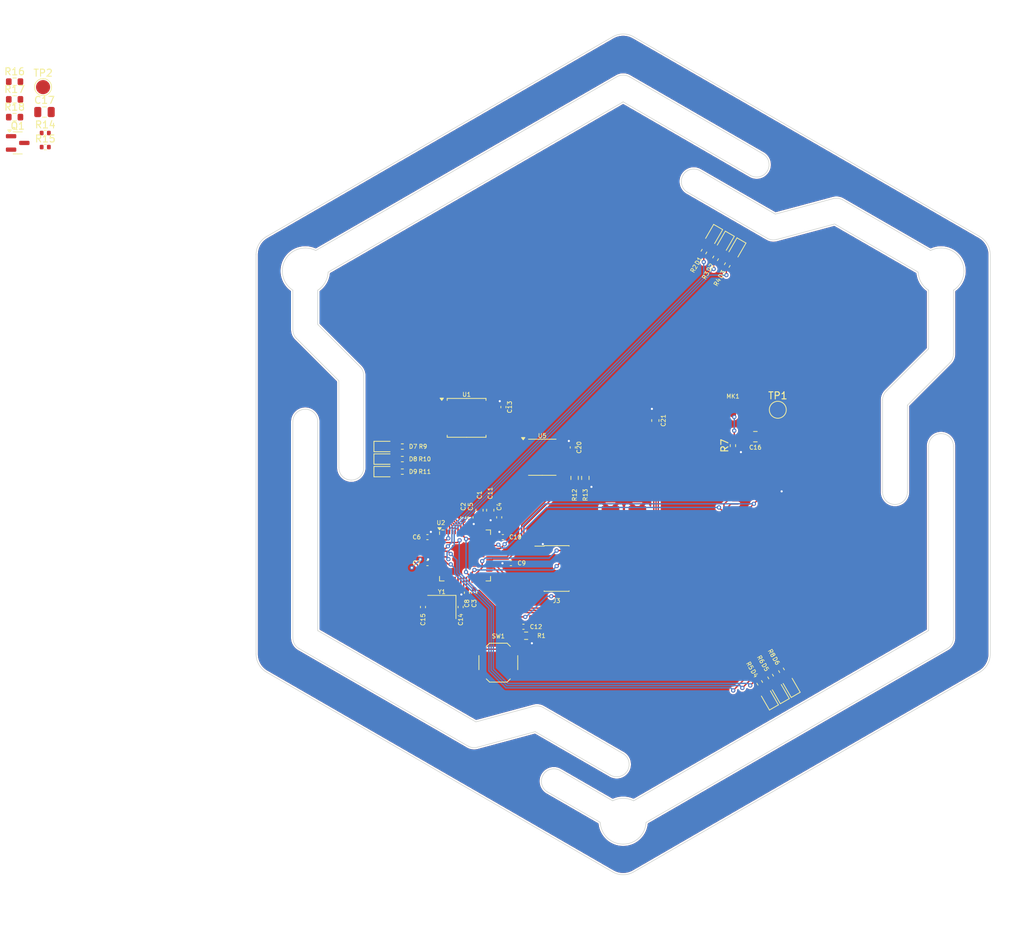
<source format=kicad_pcb>
(kicad_pcb (version 20240108) (generator "pcbnew") (generator_version "8.0")
  (title_block (title "Piezo Based Nerf Target Tile") (date "2024-04-06") (rev "1.0") (comment 8 "Piezo Based Nerf Target Tile") (comment 9 "Tim Goll"))
  (layers (0 "F.Cu" signal) (31 "B.Cu" signal) (34 "B.Paste" user) (35 "F.Paste" user) (36 "B.SilkS" user "B.Silkscreen") (37 "F.SilkS" user "F.Silkscreen") (38 "B.Mask" user) (39 "F.Mask" user) (44 "Edge.Cuts" user))
  (net 0 "")
  (net 1 "GND")
  (net 2 "+1V1")
  (net 3 "+3V3")
  (net 4 "/MCU/RUN")
  (net 5 "/MCU/XOUT")
  (net 6 "/MCU/XIN")
  (net 7 "/mic_out")
  (net 8 "Net-(MK1-+)")
  (net 9 "Net-(D2-A)")
  (net 10 "Net-(D3-A)")
  (net 11 "/MCU/GPIO_14")
  (net 12 "/MCU/GPIO_09")
  (net 13 "/MCU/GPIO_10")
  (net 14 "/MCU/GPIO_15")
  (net 15 "/MCU/GPIO_13")
  (net 16 "/MCU/GPIO_11")
  (net 17 "/MCU/GPIO_12")
  (net 18 "/MCU/GPIO_21")
  (net 19 "/MCU/GPIO_28")
  (net 20 "/MCU/GPIO_24")
  (net 21 "Net-(Q1-B)")
  (net 22 "/MCU/SWCLK")
  (net 23 "/MCU/SWDIO")
  (net 24 "/MCU/GPIO_20")
  (net 25 "/MCU/GPIO_19")
  (net 26 "/MCU/GPIO_29")
  (net 27 "/MCU/QSPI_SS")
  (net 28 "Net-(D4-A)")
  (net 29 "Net-(D5-A)")
  (net 30 "Net-(D6-A)")
  (net 31 "/MCU/GPIO_27")
  (net 32 "/mic_out_amp")
  (net 33 "/MCU/QSPI_SCLK")
  (net 34 "/MCU/QSPI_SD3")
  (net 35 "/MCU/QSPI_SD1")
  (net 36 "/MCU/QSPI_SD2")
  (net 37 "/MCU/QSPI_SD0")
  (net 38 "Net-(D1-A)")
  (net 39 "Net-(D7-A)")
  (net 40 "Net-(D8-A)")
  (net 41 "Net-(D9-A)")
  (net 42 "/RPI_RX")
  (net 43 "/RPI_TX")
  (net 45 "/RPI_TX_busy")
  (net 46 "/LED_{red,1}")
  (net 47 "/LED_{green,1}")
  (net 48 "/LED_{blue,1}")
  (net 49 "/LED_{red,2}")
  (net 50 "/LED_{green,2}")
  (net 51 "/LED_{blue,2}")
  (net 52 "/LED_{red,3}")
  (net 53 "/LED_{green,3}")
  (net 54 "/LED_{blue,3}")
  (net 55 "/SDA")
  (net 56 "/SCL")
  (footprint "Capacitor_SMD:C_0402_1005Metric" (layer "F.Cu") (at 111.208 83.82 -90)
    (property "Reference" "C13")
    (property "Value" "100n")
  )
  (footprint "Package_DFN_QFN:QFN-56-1EP_7x7mm_P0.4mm_EP3.2x3.2mm" (layer "F.Cu") (at 105.7825 104.835)
    (property "Reference" "U2")
    (property "Value" "RP2040")
  )
  (footprint "Resistor_SMD:R_0603_1608Metric" (layer "F.Cu") (at 42.013 42.75)
    (property "Reference" "R18")
    (property "Value" "20k")
  )
  (footprint "Resistor_SMD:R_0603_1608Metric" (layer "F.Cu") (at 121.285 93.853 90)
    (property "Reference" "R12")
    (property "Value" "4k7")
  )
  (footprint "Resistor_SMD:R_0402_1005Metric" (layer "F.Cu") (at 150.574977 121.095578 -60)
    (property "Reference" "R8")
    (property "Value" "120")
  )
  (footprint "Capacitor_SMD:C_0402_1005Metric" (layer "F.Cu") (at 111.125 102.235)
    (property "Reference" "C10")
    (property "Value" "100n")
  )
  (footprint "Resistor_SMD:R_0402_1005Metric" (layer "F.Cu") (at 141.24854 62.751038 60)
    (property "Reference" "R3")
    (property "Value" "220")
  )
  (footprint "Resistor_SMD:R_0402_1005Metric" (layer "F.Cu") (at 46.353 45)
    (property "Reference" "R14")
    (property "Value" "470")
  )
  (footprint "Capacitor_SMD:C_0805_2012Metric" (layer "F.Cu") (at 146.877 88.011)
    (property "Reference" "C16")
    (property "Value" "10u")
  )
  (footprint "Resistor_SMD:R_0402_1005Metric" (layer "F.Cu") (at 142.898319 63.703537 60)
    (property "Reference" "R4")
    (property "Value" "120")
  )
  (footprint "Capacitor_SMD:C_0402_1005Metric" (layer "F.Cu") (at 112.268 105.918)
    (property "Reference" "C9")
    (property "Value" "100n")
  )
  (footprint "Resistor_SMD:R_0402_1005Metric" (layer "F.Cu") (at 149.035183 121.984578 -60)
    (property "Reference" "R6")
    (property "Value" "220")
  )
  (footprint "LED_SMD:LED_0603_1608Metric" (layer "F.Cu") (at 144.168319 61.503832 -120)
    (property "Reference" "D3")
    (property "Value" "blue")
  )
  (footprint "Capacitor_SMD:C_0402_1005Metric" (layer "F.Cu") (at 107.061 110.109 -90)
    (property "Reference" "C3")
    (property "Value" "100n")
  )
  (footprint "Capacitor_SMD:C_0603_1608Metric" (layer "F.Cu") (at 132.715 85.725 -90)
    (property "Reference" "C21")
    (property "Value" "2u2")
  )
  (footprint "Resistor_SMD:R_0402_1005Metric" (layer "F.Cu") (at 139.598763 61.798537 60)
    (property "Reference" "R2")
    (property "Value" "220")
  )
  (footprint "Capacitor_SMD:C_0603_1608Metric" (layer "F.Cu") (at 109.347 98.425 90)
    (property "Reference" "C11")
    (property "Value" "2u2")
  )
  (footprint "Resistor_SMD:R_0603_1608Metric" (layer "F.Cu") (at 114.427 116.205 180)
    (property "Reference" "R1")
    (property "Value" "10k")
  )
  (footprint "Capacitor_SMD:C_0402_1005Metric" (layer "F.Cu") (at 121.031 89.535 -90)
    (property "Reference" "C20")
    (property "Value" "100n")
  )
  (footprint "Capacitor_SMD:C_0402_1005Metric" (layer "F.Cu") (at 105.537 99.441 90)
    (property "Reference" "C2")
    (property "Value" "100n")
  )
  (footprint "Resistor_SMD:R_0402_1005Metric" (layer "F.Cu") (at 96.901 91.186 180)
    (property "Reference" "R10")
    (property "Value" "220")
  )
  (footprint "TestPoint:TestPoint_Pad_D2.0mm" (layer "F.Cu") (at 150.052 84.201)
    (property "Reference" "TP1")
    (property "Value" "testpoint")
  )
  (footprint "Resistor_SMD:R_0402_1005Metric" (layer "F.Cu") (at 96.901 89.408 180)
    (property "Reference" "R9")
    (property "Value" "220")
  )
  (footprint "Capacitor_SMD:C_0805_2012Metric" (layer "F.Cu") (at 46.243 42.03)
    (property "Reference" "C17")
    (property "Value" "1n")
  )
  (footprint "Crystal:Crystal_SMD_3225-4Pin_3.2x2.5mm" (layer "F.Cu") (at 102.489 112.141 180)
    (property "Reference" "Y1")
    (property "Value" "X322512MSB4SI")
  )
  (footprint "Package_SO:SOIC-8_3.9x4.9mm_P1.27mm" (layer "F.Cu") (at 116.711 90.927)
    (property "Reference" "U5")
    (property "Value" "M24C02-WMN")
  )
  (footprint "#TimGollLib:solder_pad_1.2x2.5mm" (layer "F.Cu") (at 130.175 86.995)
    (property "Reference" "J11" (hide yes))
    (property "Value" "SolderPad")
  )
  (footprint "Capacitor_SMD:C_0603_1608Metric" (layer "F.Cu") (at 107.823 98.425 90)
    (property "Reference" "C1")
    (property "Value" "2u2")
  )
  (footprint "Resistor_SMD:R_0603_1608Metric" (layer "F.Cu") (at 42.013 37.73)
    (property "Reference" "R16")
    (property "Value" "100k")
  )
  (footprint "Resistor_SMD:R_0603_1608Metric" (layer "F.Cu") (at 42.013 40.24)
    (property "Reference" "R17")
    (property "Value" "82k")
  )
  (footprint "LED_SMD:LED_0603_1608Metric" (layer "F.Cu") (at 94.361 91.186)
    (property "Reference" "D8")
    (property "Value" "green")
  )
  (footprint "LED_SMD:LED_0603_1608Metric" (layer "F.Cu") (at 140.868763 59.598832 -120)
    (property "Reference" "D1")
    (property "Value" "red")
  )
  (footprint "Capacitor_SMD:C_0402_1005Metric" (layer "F.Cu") (at 106.553 99.441 90)
    (property "Reference" "C5")
    (property "Value" "100n")
  )
  (footprint "Package_SO:SOIC-8_5.275x5.275mm_P1.27mm" (layer "F.Cu") (at 106.001 85.344)
    (property "Reference" "U1")
    (property "Value" "W25Q128JVS")
  )
  (footprint "#TimGollLib:solder_pad_1.2x2.5mm" (layer "F.Cu") (at 126.365 98.425)
    (property "Reference" "J5" (hide yes))
    (property "Value" "SolderPad")
  )
  (footprint "#TimGollLib:solder_pad_1.2x2.5mm" (layer "F.Cu") (at 126.365 93.345)
    (property "Reference" "J1" (hide yes))
    (property "Value" "SolderPad")
  )
  (footprint "#TimGollLib:solder_pad_1.2x2.5mm" (layer "F.Cu") (at 130.175 95.885)
    (property "Reference" "J8" (hide yes))
    (property "Value" "SolderPad")
  )
  (footprint "Resistor_SMD:R_0402_1005Metric" (layer "F.Cu") (at 147.495389 122.873579 -60)
    (property "Reference" "R5")
    (property "Value" "220")
  )
  (footprint "Package_TO_SOT_SMD:SOT-23" (layer "F.Cu") (at 42.453 46.405)
    (property "Reference" "Q1")
    (property "Value" "S8050")
  )
  (footprint "#TimGollLib:solder_pad_1.2x2.5mm" (layer "F.Cu") (at 126.365 86.995)
    (property "Reference" "J13" (hide yes))
    (property "Value" "SolderPad")
  )
  (footprint "#TimGollLib:solder_pad_1.2x2.5mm" (layer "F.Cu") (at 130.175 90.805)
    (property "Reference" "J7" (hide yes))
    (property "Value" "SolderPad")
  )
  (footprint "Capacitor_SMD:C_0402_1005Metric" (layer "F.Cu") (at 99.822 112.141 90)
    (property "Reference" "C15")
    (property "Value" "30p")
  )
  (footprint "#TimGollLib:solder_pad_1.2x2.5mm" (layer "F.Cu") (at 130.175 93.345)
    (property "Reference" "J6" (hide yes))
    (property "Value" "SolderPad")
  )
  (footprint "#TimGollLib:FTSH-105-01-F-DV-K" (layer "F.Cu") (at 118.745 106.68)
    (property "Reference" "J3")
    (property "Value" "CortexDebug10")
  )
  (footprint "#TimGollLib:solder_pad_1.2x2.5mm" (layer "F.Cu") (at 126.365 84.455)
    (property "Reference" "J12" (hide yes))
    (property "Value" "SolderPad")
  )
  (footprint "LED_SMD:LED_0603_1608Metric" (layer "F.Cu") (at 94.361 92.964)
    (property "Reference" "D9")
    (property "Value" "blue")
  )
  (footprint "LED_SMD:LED_0603_1608Metric" (layer "F.Cu") (at 148.765389 125.073283 120)
    (property "Reference" "D4")
    (property "Value" "red")
  )
  (footprint "Capacitor_SMD:C_0402_1005Metric" (layer "F.Cu") (at 100.457 105.918 180)
    (property "Reference" "C7")
    (property "Value" "100n")
  )
  (footprint "Resistor_SMD:R_0402_1005Metric" (layer "F.Cu") (at 143.702 89.281 90)
    (property "Reference" "R7")
    (property "Value" "2k2")
  )
  (footprint "#TimGollLib:solder_pad_1.2x2.5mm" (layer "F.Cu") (at 126.365 95.885)
    (property "Reference" "J4" (hide yes))
    (property "Value" "SolderPad")
  )
  (footprint "Capacitor_SMD:C_0402_1005Metric" (layer "F.Cu") (at 110.617 99.441 90)
    (property "Reference" "C4")
    (property "Value" "100n")
  )
  (footprint "Resistor_SMD:R_0402_1005Metric" (layer "F.Cu") (at 96.901 92.964 180)
    (property "Reference" "R11")
    (property "Value" "120")
  )
  (footprint "#TimGollLib:B4013AM422-42" (layer "F.Cu") (at 143.702 84.836)
    (property "Reference" "MK1")
    (property "Value" "Goertek B4013AM422-42")
  )
  (footprint "LED_SMD:LED_0603_1608Metric" (layer "F.Cu") (at 150.305182 124.184283 120)
    (property "Reference" "D5")
    (property "Value" "green")
  )
  (footprint "LED_SMD:LED_0603_1608Metric" (layer "F.Cu") (at 151.844976 123.295284 120)
    (property "Reference" "D6")
    (property "Value" "blue")
  )
  (footprint "#TimGollLib:solder_pad_1.2x2.5mm" (layer "F.Cu") (at 130.175 98.425)
    (property "Reference" "J9" (hide yes))
    (property "Value" "SolderPad")
  )
  (footprint "Capacitor_SMD:C_0402_1005Metric" (layer "F.Cu") (at 100.457 102.235 180)
    (property "Reference" "C6")
    (property "Value" "100n")
  )
  (footprint "LED_SMD:LED_0603_1608Metric" (layer "F.Cu") (at 142.518541 60.551332 -120)
    (property "Reference" "D2")
    (property "Value" "green")
  )
  (footprint "Capacitor_SMD:C_0402_1005Metric" (layer "F.Cu") (at 106.045 110.109 -90)
    (property "Reference" "C8")
    (property "Value" "100n")
  )
  (footprint "TestPoint:TestPoint_Pad_D2.0mm" (layer "F.Cu") (at 46.043 38.5)
    (property "Reference" "TP2")
    (property "Value" "testpoint")
  )
  (footprint "Resistor_SMD:R_0402_1005Metric" (layer "F.Cu") (at 46.353 46.99)
    (property "Reference" "R15")
    (property "Value" "2k2")
  )
  (footprint "LED_SMD:LED_0603_1608Metric" (layer "F.Cu") (at 94.361 89.408)
    (property "Reference" "D7")
    (property "Value" "red")
  )
  (footprint "Capacitor_SMD:C_0402_1005Metric" (layer "F.Cu") (at 114.046 114.935)
    (property "Reference" "C12")
    (property "Value" "100n")
  )
  (footprint "Capacitor_SMD:C_0402_1005Metric" (layer "F.Cu") (at 105.156 112.141 -90)
    (property "Reference" "C14")
    (property "Value" "30p")
  )
  (footprint "#TimGollLib:solder_pad_1.2x2.5mm" (layer "F.Cu") (at 126.365 90.805)
    (property "Reference" "J2" (hide yes))
    (property "Value" "SolderPad")
  )
  (footprint "#TimGollLib:solder_pad_1.2x2.5mm" (layer "F.Cu") (at 130.175 84.455)
    (property "Reference" "J10" (hide yes))
    (property "Value" "SolderPad")
  )
  (footprint "Resistor_SMD:R_0603_1608Metric" (layer "F.Cu") (at 122.809 93.853 90)
    (property "Reference" "R13")
    (property "Value" "4k7")
  )
  (footprint "Button_Switch_SMD:SW_SPST_TL3342" (layer "F.Cu") (at 110.49 120.015)
    (property "Reference" "SW1")
    (property "Value" "reset")
  )
  (gr_curve (pts (xy 126.661524 31.383692) (xy 127.589727 30.847794) (xy 128.733321 30.847794) (xy 129.661524 31.383692)) (stroke (width 0.09)) (layer "Edge.Cuts"))
  (gr_line (start 171.397635 75.571741) (end 171.397635 67.262654) (stroke (width 0.09)) (layer "Edge.Cuts"))
  (gr_line (start 84.925413 67.262654) (end 84.925412 72.116966) (stroke (width 0.09)) (layer "Edge.Cuts"))
  (gr_curve (pts (xy 157.890966 54.291906) (xy 158.342489 54.17092) (xy 158.823572 54.234112) (xy 159.228535 54.467598)) (stroke (width 0.09)) (layer "Edge.Cuts"))
  (gr_line (start 116.845653 126.37673) (end 128.133501 132.893773) (stroke (width 0.09)) (layer "Edge.Cuts"))
  (gr_line (start 81.397635 116.498429) (end 81.397635 85.881678) (stroke (width 0.09)) (layer "Edge.Cuts"))
  (gr_line (start 168.40837 83.550037) (end 168.40837 95.853495) (stroke (width 0.09)) (layer "Edge.Cuts"))
  (gr_line (start 165.397224 81.572152) (end 171.397635 75.571741) (stroke (width 0.09)) (layer "Edge.Cuts"))
  (gr_curve (pts (xy 147.942297 47.951485) (xy 148.785161 48.438634) (xy 149.073958 49.518436) (xy 148.586809 50.361301)) (stroke (width 0.09)) (layer "Edge.Cuts"))
  (gr_curve (pts (xy 83.161524 61.28315) (xy 83.696712 61.28315) (xy 84.201859 61.412792) (xy 84.647248 61.642358)) (stroke (width 0.09)) (layer "Edge.Cuts"))
  (gr_line (start 174.925413 89.336452) (end 174.925413 116.498429) (stroke (width 0.09)) (layer "Edge.Cuts"))
  (gr_line (start 107.309786 128.403671) (end 115.505887 126.200864) (stroke (width 0.09)) (layer "Edge.Cuts"))
  (gr_line (start 178.623048 121.383692) (end 129.661524 149.651641) (stroke (width 0.09)) (layer "Edge.Cuts"))
  (gr_curve (pts (xy 81.397635 67.262654) (xy 80.503568 66.683355) (xy 79.911524 65.676847) (xy 79.911524 64.53315)) (stroke (width 0.09)) (layer "Edge.Cuts"))
  (gr_curve (pts (xy 131.407514 142.641881) (xy 131.322632 144.360147) (xy 129.900695 145.729191) (xy 128.161524 145.729191)) (stroke (width 0.09)) (layer "Edge.Cuts"))
  (gr_line (start 106.179318 131.824522) (end 82.279579 118.026001) (stroke (width 0.09)) (layer "Edge.Cuts"))
  (gr_curve (pts (xy 90.925824 78.117378) (xy 91.256617 78.448171) (xy 91.442455 78.896823) (xy 91.442455 79.364636)) (stroke (width 0.09)) (layer "Edge.Cuts"))
  (gr_line (start 129.661524 31.383692) (end 178.623048 59.651641) (stroke (width 0.09)) (layer "Edge.Cuts"))
  (gr_line (start 174.925413 67.262654) (end 174.925413 76.302367) (stroke (width 0.09)) (layer "Edge.Cuts"))
  (gr_curve (pts (xy 176.411524 64.53315) (xy 176.411524 65.676847) (xy 175.81948 66.683355) (xy 174.925413 67.262654)) (stroke (width 0.09)) (layer "Edge.Cuts"))
  (gr_curve (pts (xy 180.123048 118.785616) (xy 180.123048 119.857413) (xy 179.551251 120.847794) (xy 178.623048 121.383692)) (stroke (width 0.09)) (layer "Edge.Cuts"))
  (gr_line (start 124.915533 142.641881) (end 117.467167 138.341564) (stroke (width 0.09)) (layer "Edge.Cuts"))
  (gr_curve (pts (xy 164.880592 82.81941) (xy 164.880592 82.351597) (xy 165.06643 81.902945) (xy 165.397224 81.572152)) (stroke (width 0.09)) (layer "Edge.Cuts"))
  (gr_curve (pts (xy 117.467167 138.341564) (xy 116.624076 137.854806) (xy 116.33478 136.775138) (xy 116.821539 135.932047)) (stroke (width 0.09)) (layer "Edge.Cuts"))
  (gr_curve (pts (xy 81.397635 85.881678) (xy 81.397635 84.908162) (xy 82.188007 84.117789) (xy 83.161524 84.117789)) (stroke (width 0.09)) (layer "Edge.Cuts"))
  (gr_curve (pts (xy 126.679238 139.586629) (xy 127.123788 139.358166) (xy 127.627713 139.229191) (xy 128.161524 139.229191)) (stroke (width 0.09)) (layer "Edge.Cuts"))
  (gr_line (start 84.647248 61.642358) (end 127.279579 37.02857) (stroke (width 0.09)) (layer "Edge.Cuts"))
  (gr_line (start 84.925413 85.881678) (end 84.925413 115.480047) (stroke (width 0.09)) (layer "Edge.Cuts"))
  (gr_line (start 84.925412 72.116966) (end 90.925824 78.117378) (stroke (width 0.09)) (layer "Edge.Cuts"))
  (gr_line (start 149.694251 56.488209) (end 157.890966 54.291906) (stroke (width 0.09)) (layer "Edge.Cuts"))
  (gr_curve (pts (xy 107.519083 132.000388) (xy 107.066855 132.12193) (xy 106.584857 132.05866) (xy 106.179318 131.824522)) (stroke (width 0.09)) (layer "Edge.Cuts"))
  (gr_line (start 139.039144 50.336479) (end 149.694251 56.488209) (stroke (width 0.09)) (layer "Edge.Cuts"))
  (gr_line (start 148.563104 59.908667) (end 137.275255 53.391625) (stroke (width 0.09)) (layer "Edge.Cuts"))
  (gr_line (start 77.682924 59.6615) (end 126.661524 31.383692) (stroke (width 0.09)) (layer "Edge.Cuts"))
  (gr_curve (pts (xy 115.505887 126.200864) (xy 115.958115 126.079322) (xy 116.440113 126.142592) (xy 116.845653 126.37673)) (stroke (width 0.09)) (layer "Edge.Cuts"))
  (gr_line (start 126.369612 135.948918) (end 115.715185 129.797581) (stroke (width 0.09)) (layer "Edge.Cuts"))
  (gr_curve (pts (xy 137.275255 53.391625) (xy 136.432165 52.904866) (xy 136.142868 51.825198) (xy 136.629627 50.982108)) (stroke (width 0.09)) (layer "Edge.Cuts"))
  (gr_curve (pts (xy 76.2 62.23) (xy 76.199999 61.170404) (xy 76.765287 60.191298) (xy 77.682924 59.6615)) (stroke (width 0.09)) (layer "Edge.Cuts"))
  (gr_curve (pts (xy 128.133501 132.893773) (xy 128.976592 133.380531) (xy 129.265888 134.4602) (xy 128.779129 135.30329)) (stroke (width 0.09)) (layer "Edge.Cuts"))
  (gr_curve (pts (xy 136.629627 50.982108) (xy 137.116385 50.139017) (xy 138.196053 49.849721) (xy 139.039144 50.336479)) (stroke (width 0.09)) (layer "Edge.Cuts"))
  (gr_curve (pts (xy 127.279579 37.02857) (xy 127.825581 36.713336) (xy 128.49832 36.713491) (xy 129.044176 37.028978)) (stroke (width 0.09)) (layer "Edge.Cuts"))
  (gr_line (start 128.161052 40.593178) (end 86.407321 64.699707) (stroke (width 0.09)) (layer "Edge.Cuts"))
  (gr_curve (pts (xy 128.161524 145.729191) (xy 126.422353 145.729191) (xy 125.000416 144.360147) (xy 124.915533 142.641881)) (stroke (width 0.09)) (layer "Edge.Cuts"))
  (gr_curve (pts (xy 79.911524 64.53315) (xy 79.911524 62.739427) (xy 81.3678 61.28315) (xy 83.161524 61.28315)) (stroke (width 0.09)) (layer "Edge.Cuts"))
  (gr_curve (pts (xy 174.925413 116.498429) (xy 174.925413 117.128606) (xy 174.589217 117.710913) (xy 174.043468 118.026001)) (stroke (width 0.09)) (layer "Edge.Cuts"))
  (gr_curve (pts (xy 116.821539 135.932047) (xy 117.308297 135.088957) (xy 118.387965 134.799661) (xy 119.231056 135.286419)) (stroke (width 0.09)) (layer "Edge.Cuts"))
  (gr_line (start 159.228535 54.467598) (end 171.674093 61.643239) (stroke (width 0.09)) (layer "Edge.Cuts"))
  (gr_line (start 81.397635 72.847593) (end 81.397635 67.262654) (stroke (width 0.09)) (layer "Edge.Cuts"))
  (gr_curve (pts (xy 82.279579 118.026001) (xy 81.73383 117.710913) (xy 81.397635 117.128606) (xy 81.397635 116.498429)) (stroke (width 0.09)) (layer "Edge.Cuts"))
  (gr_line (start 146.176993 51.005813) (end 128.161052 40.593178) (stroke (width 0.09)) (layer "Edge.Cuts"))
  (gr_line (start 171.397635 115.480047) (end 171.397635 89.336452) (stroke (width 0.09)) (layer "Edge.Cuts"))
  (gr_line (start 174.043468 118.026001) (end 131.407514 142.641881) (stroke (width 0.09)) (layer "Edge.Cuts"))
  (gr_curve (pts (xy 168.40837 95.853495) (xy 168.40837 96.827011) (xy 167.617998 97.617384) (xy 166.644481 97.617384)) (stroke (width 0.09)) (layer "Edge.Cuts"))
  (gr_line (start 119.231056 135.286419) (end 126.679238 139.586629) (stroke (width 0.09)) (layer "Edge.Cuts"))
  (gr_curve (pts (xy 148.586809 50.361301) (xy 148.09966 51.204165) (xy 147.019858 51.492962) (xy 146.176993 51.005813)) (stroke (width 0.09)) (layer "Edge.Cuts"))
  (gr_curve (pts (xy 171.674093 61.643239) (xy 172.119898 61.413124) (xy 172.625652 61.28315) (xy 173.161524 61.28315)) (stroke (width 0.09)) (layer "Edge.Cuts"))
  (gr_line (start 129.64381 139.586629) (end 171.397635 115.480047) (stroke (width 0.09)) (layer "Edge.Cuts"))
  (gr_curve (pts (xy 128.779129 135.30329) (xy 128.292371 136.14638) (xy 127.212703 136.435676) (xy 126.369612 135.948918)) (stroke (width 0.09)) (layer "Edge.Cuts"))
  (gr_curve (pts (xy 81.914266 74.094851) (xy 81.583473 73.764058) (xy 81.397635 73.315406) (xy 81.397635 72.847593)) (stroke (width 0.09)) (layer "Edge.Cuts"))
  (gr_line (start 115.715185 129.797581) (end 107.519083 132.000388) (stroke (width 0.09)) (layer "Edge.Cuts"))
  (gr_line (start 91.442455 79.364636) (end 91.442455 92.398721) (stroke (width 0.09)) (layer "Edge.Cuts"))
  (gr_curve (pts (xy 171.397635 89.336452) (xy 171.397635 88.362935) (xy 172.188007 87.572563) (xy 173.161524 87.572563)) (stroke (width 0.09)) (layer "Edge.Cuts"))
  (gr_line (start 76.2 118.799798) (end 76.2 62.23) (stroke (width 0.09)) (layer "Edge.Cuts"))
  (gr_curve (pts (xy 129.661524 149.651641) (xy 128.733321 150.18754) (xy 127.589727 150.18754) (xy 126.661524 149.651641)) (stroke (width 0.09)) (layer "Edge.Cuts"))
  (gr_curve (pts (xy 77.687718 121.376601) (xy 76.767114 120.845091) (xy 76.199999 119.862819) (xy 76.2 118.799798)) (stroke (width 0.09)) (layer "Edge.Cuts"))
  (gr_curve (pts (xy 86.407321 64.699707) (xy 86.352973 65.774142) (xy 85.775814 66.711647) (xy 84.925413 67.262654)) (stroke (width 0.09)) (layer "Edge.Cuts"))
  (gr_curve (pts (xy 91.442455 92.398721) (xy 91.442455 93.372238) (xy 90.652083 94.16261) (xy 89.678566 94.16261)) (stroke (width 0.09)) (layer "Edge.Cuts"))
  (gr_line (start 84.925413 115.480047) (end 107.309786 128.403671) (stroke (width 0.09)) (layer "Edge.Cuts"))
  (gr_line (start 164.880592 95.853495) (end 164.880592 82.81941) (stroke (width 0.09)) (layer "Edge.Cuts"))
  (gr_curve (pts (xy 171.397635 67.262654) (xy 170.547739 66.711975) (xy 169.970761 65.775258) (xy 169.915824 64.701625)) (stroke (width 0.09)) (layer "Edge.Cuts"))
  (gr_line (start 129.044176 37.028978) (end 147.942297 47.951485) (stroke (width 0.09)) (layer "Edge.Cuts"))
  (gr_curve (pts (xy 173.161524 61.28315) (xy 174.955248 61.28315) (xy 176.411524 62.739427) (xy 176.411524 64.53315)) (stroke (width 0.09)) (layer "Edge.Cuts"))
  (gr_curve (pts (xy 89.678566 94.16261) (xy 88.70505 94.16261) (xy 87.914677 93.372238) (xy 87.914677 92.398721)) (stroke (width 0.09)) (layer "Edge.Cuts"))
  (gr_curve (pts (xy 149.901576 60.08488) (xy 149.449704 60.205959) (xy 148.968241 60.142573) (xy 148.563104 59.908667)) (stroke (width 0.09)) (layer "Edge.Cuts"))
  (gr_line (start 158.09888 57.888419) (end 149.901576 60.08488) (stroke (width 0.09)) (layer "Edge.Cuts"))
  (gr_line (start 169.915824 64.701625) (end 158.09888 57.888419) (stroke (width 0.09)) (layer "Edge.Cuts"))
  (gr_line (start 174.408782 77.549625) (end 168.40837 83.550037) (stroke (width 0.09)) (layer "Edge.Cuts"))
  (gr_curve (pts (xy 128.161524 139.229191) (xy 128.695335 139.229191) (xy 129.19926 139.358167) (xy 129.64381 139.586629)) (stroke (width 0.09)) (layer "Edge.Cuts"))
  (gr_curve (pts (xy 166.644481 97.617384) (xy 165.670965 97.617384) (xy 164.880592 96.827011) (xy 164.880592 95.853495)) (stroke (width 0.09)) (layer "Edge.Cuts"))
  (gr_line (start 87.914678 80.095263) (end 81.914266 74.094851) (stroke (width 0.09)) (layer "Edge.Cuts"))
  (gr_line (start 180.123048 62.249718) (end 180.123048 118.785616) (stroke (width 0.09)) (layer "Edge.Cuts"))
  (gr_curve (pts (xy 178.623048 59.651641) (xy 179.551251 60.18754) (xy 180.123048 61.177921) (xy 180.123048 62.249718)) (stroke (width 0.09)) (layer "Edge.Cuts"))
  (gr_line (start 87.914677 92.398721) (end 87.914678 80.095263) (stroke (width 0.09)) (layer "Edge.Cuts"))
  (gr_curve (pts (xy 173.161524 87.572563) (xy 174.135041 87.572563) (xy 174.925413 88.362935) (xy 174.925413 89.336452)) (stroke (width 0.09)) (layer "Edge.Cuts"))
  (gr_curve (pts (xy 83.161524 84.117789) (xy 84.135041 84.117789) (xy 84.925413 84.908162) (xy 84.925413 85.881678)) (stroke (width 0.09)) (layer "Edge.Cuts"))
  (gr_line (start 126.661524 149.651641) (end 77.687718 121.376601) (stroke (width 0.09)) (layer "Edge.Cuts"))
  (gr_curve (pts (xy 174.925413 76.302367) (xy 174.925413 76.77018) (xy 174.739575 77.218832) (xy 174.408782 77.549625)) (stroke (width 0.09)) (layer "Edge.Cuts"))
  (segment (start 146.558 101.6) (end 146.887 101.929) (width 0.1905) (layer "F.Cu") (net 0))
  (segment (start 146.887 109.591) (end 146.877 109.601) (width 0.1905) (layer "F.Cu") (net 0))
  (segment (start 146.887 105.786) (end 146.887 109.591) (width 0.1905) (layer "F.Cu") (net 0))
  (segment (start 142.748 100.584) (end 143.764 101.6) (width 0.1905) (layer "F.Cu") (net 0))
  (segment (start 143.764 101.6) (end 146.558 101.6) (width 0.1905) (layer "F.Cu") (net 0))
  (segment (start 144.402 97.536) (end 143.427001 97.536) (width 0.1905) (layer "F.Cu") (net 0))
  (segment (start 142.748 98.215001) (end 142.748 100.584) (width 0.1905) (layer "F.Cu") (net 0))
  (segment (start 143.427001 97.536) (end 142.748 98.215001) (width 0.1905) (layer "F.Cu") (net 0))
  (segment (start 146.887 101.929) (end 146.887 105.786) (width 0.1905) (layer "F.Cu") (net 0))
  (segment (start 104.7825 105.835) (end 105.7825 104.835) (width 0.1905) (layer "F.Cu") (net 1))
  (segment (start 104.1455 109.347) (end 103.378 109.347) (width 0.1905) (layer "F.Cu") (net 1))
  (segment (start 99.9744 105.918) (end 99.441 105.3846) (width 0.1905) (layer "F.Cu") (net 1))
  (segment (start 104.7825 108.71) (end 104.1455 109.347) (width 0.1905) (layer "F.Cu") (net 1))
  (segment (start 99.977 105.918) (end 99.9744 105.918) (width 0.1905) (layer "F.Cu") (net 1))
  (segment (start 104.7825 108.2725) (end 104.7825 105.835) (width 0.1905) (layer "F.Cu") (net 1))
  (segment (start 104.7825 108.2725) (end 104.7825 108.71) (width 0.1905) (layer "F.Cu") (net 1))
  (via (at 99.441 105.3846) (size 0.6) (drill 0.3) (layers "F.Cu" "B.Cu") (net 1))
  (via (at 98.2472 106.5784) (size 0.6) (drill 0.3) (layers "F.Cu" "B.Cu") (net 1))
  (segment (start 99.441 105.3846) (end 98.2472 106.5784) (width 0.1905) (layer "B.Cu") (net 1))
  (segment (start 107.823 99.976) (end 107.5825 100.2165) (width 0.1905) (layer "F.Cu") (net 2))
  (segment (start 107.5825 101.3975) (end 107.5825 102.0945) (width 0.1905) (layer "F.Cu") (net 2))
  (segment (start 107.061 109.3885) (end 107.061 109.629) (width 0.1905) (layer "F.Cu") (net 2))
  (segment (start 105.5825 100.7565) (end 105.5825 101.3975) (width 0.1905) (layer "F.Cu") (net 2))
  (segment (start 107.188 102.489) (end 105.918 102.489) (width 0.1905) (layer "F.Cu") (net 2))
  (segment (start 106.3825 108.2725) (end 106.3825 108.71) (width 0.1905) (layer "F.Cu") (net 2))
  (segment (start 106.3825 107.6525) (end 106.3825 108.2725) (width 0.1905) (layer "F.Cu") (net 2))
  (segment (start 107.5825 100.2165) (end 107.5825 101.3975) (width 0.1905) (layer "F.Cu") (net 2))
  (segment (start 107.823 99.2) (end 107.823 99.976) (width 0.1905) (layer "F.Cu") (net 2))
  (segment (start 105.5825 101.3975) (end 105.5825 102.1535) (width 0.1905) (layer "F.Cu") (net 2))
  (segment (start 107.5825 102.0945) (end 107.188 102.489) (width 0.1905) (layer "F.Cu") (net 2))
  (segment (start 106.3825 108.71) (end 107.061 109.3885) (width 0.1905) (layer "F.Cu") (net 2))
  (segment (start 105.918 107.188) (end 106.3825 107.6525) (width 0.1905) (layer "F.Cu") (net 2))
  (segment (start 105.537 100.711) (end 105.5825 100.7565) (width 0.1905) (layer "F.Cu") (net 2))
  (segment (start 105.537 99.921) (end 105.537 100.711) (width 0.1905) (layer "F.Cu") (net 2))
  (segment (start 105.5825 102.1535) (end 105.918 102.489) (width 0.1905) (layer "F.Cu") (net 2))
  (via (at 105.918 107.188) (size 0.6) (drill 0.3) (layers "F.Cu" "B.Cu") (net 2))
  (via (at 105.918 102.489) (size 0.6) (drill 0.3) (layers "F.Cu" "B.Cu") (net 2))
  (segment (start 105.918 107.188) (end 105.918 102.489) (width 0.1905) (layer "B.Cu") (net 2))
  (segment (start 121.031 89.055) (end 120.9066 89.055) (width 0.508) (layer "F.Cu") (net 3))
  (segment (start 100.937 101.501) (end 100.9396 101.4984) (width 0.508) (layer "F.Cu") (net 3))
  (segment (start 110.645 102.235) (end 110.645 101.501) (width 0.508) (layer "F.Cu") (net 3))
  (segment (start 105.954314 109.629) (end 105.2576 110.325714) (width 0.508) (layer "F.Cu") (net 3))
  (segment (start 150.622 95.7834) (end 150.5966 95.758) (width 0.508) (layer "F.Cu") (net 3))
  (segment (start 120.998 89.022) (end 121.031 89.055) (width 0.508) (layer "F.Cu") (net 3))
  (segment (start 119.186 89.022) (end 120.998 89.022) (width 0.508) (layer "F.Cu") (net 3))
  (segment (start 116.795 104.14) (end 116.795 103.2314) (width 0.508) (layer "F.Cu") (net 3))
  (segment (start 152.211 96.266) (end 152.465 96.52) (width 0.508) (layer "F.Cu") (net 3))
  (segment (start 109.22 102.235) (end 110.645 102.235) (width 0.1905) (layer "F.Cu") (net 3))
  (segment (start 105.2576 110.325714) (end 105.2576 110.363) (width 0.508) (layer "F.Cu") (net 3))
  (segment (start 143.702 90.1935) (end 144.8289 90.1935) (width 0.508) (layer "F.Cu") (net 3))
  (segment (start 109.347 99.2) (end 109.8928 99.7458) (width 0.508) (layer "F.Cu") (net 3))
  (segment (start 111.0514 83.34) (end 110.6932 82.9818) (width 0.508) (layer "F.Cu") (net 3))
  (segment (start 108.3825 100.4055) (end 108.3825 101.3975) (width 0.1905) (layer "F.Cu") (net 3))
  (segment (start 111.208 83.34) (end 111.0514 83.34) (width 0.508) (layer "F.Cu") (net 3))
  (segment (start 109.601 83.439) (end 111.109 83.439) (width 0.508) (layer "F.Cu") (net 3))
  (segment (start 110.9658 105.835) (end 111.0742 105.9434) (width 0.1905) (layer "F.Cu") (net 3))
  (segment (start 126.365 84.455) (end 130.175 84.455) (width 0.508) (layer "F.Cu") (net 3))
  (segment (start 150.622 96.266) (end 151.195 96.266) (width 0.508) (layer "F.Cu") (net 3))
  (segment (start 132.22 84.455) (end 132.715 84.95) (width 0.508) (layer "F.Cu") (net 3))
  (segment (start 101.02 105.835) (end 100.937 105.918) (width 0.1905) (layer "F.Cu") (net 3))
  (segment (start 111.705 105.835) (end 111.788 105.918) (width 0.1905) (layer "F.Cu") (net 3))
  (segment (start 123.2276 94.678) (end 123.6726 95.123) (width 0.1905) (layer "F.Cu") (net 3))
  (segment (start 100.937 105.918) (end 100.937 105.765971) (width 0.508) (layer "F.Cu") (net 3))
  (segment (start 106.553 99.921) (end 106.553 99.9236) (width 0.508) (layer "F.Cu") (net 3))
  (segment (start 150.622 96.266) (end 150.622 95.7834) (width 0.508) (layer "F.Cu") (net 3))
  (segment (start 115.252 117.2596) (end 115.2398 117.2718) (width 0.508) (layer "F.Cu") (net 3))
  (segment (start 151.195 96.266) (end 152.211 96.266) (width 0.508) (layer "F.Cu") (net 3))
  (segment (start 102.345 105.835) (end 101.02 105.835) (width 0.1905) (layer "F.Cu") (net 3))
  (segment (start 110.617 99.921) (end 108.867 99.921) (width 0.1905) (layer "F.Cu") (net 3))
  (segment (start 106.3825 101.3975) (end 105.9825 101.3975) (width 0.1905) (layer "F.Cu") (net 3))
  (segment (start 111.0996 105.918) (end 111.0742 105.9434) (width 0.508) (layer "F.Cu") (net 3))
  (segment (start 132.22 84.0864) (end 132.2324 84.074) (width 0.508) (layer "F.Cu") (net 3))
  (segment (start 105.9825 109.5665) (end 106.045 109.629) (width 0.1905) (layer "F.Cu") (net 3))
  (segment (start 109.9058 99.7588) (end 110.068 99.921) (width 0.508) (layer "F.Cu") (net 3))
  (segment (start 100.937 105.765971) (end 100.551436 105.380407) (width 0.508) (layer "F.Cu") (net 3))
  (segment (start 106.553 99.9236) (end 107.0102 100.3808) (width 0.508) (layer "F.Cu") (net 3))
  (segment (start 132.22 84.455) (end 132.22 84.0864) (width 0.508) (layer "F.Cu") (net 3))
  (segment (start 109.9058 99.7458) (end 109.9058 99.7588) (width 0.508) (layer "F.Cu") (net 3))
  (segment (start 109.22 105.835) (end 110.9658 105.835) (width 0.1905) (layer "F.Cu") (net 3))
  (segment (start 110.068 99.921) (end 110.617 99.921) (width 0.508) (layer "F.Cu") (net 3))
  (segment (start 100.937 102.235) (end 102.345 102.235) (width 0.1905) (layer "F.Cu") (net 3))
  (segment (start 110.645 101.501) (end 110.6424 101.4984) (width 0.508) (layer "F.Cu") (net 3))
  (segment (start 108.3825 101.3975) (end 107.9825 101.3975) (width 0.1905) (layer "F.Cu") (net 3))
  (segment (start 100.937 102.235) (end 100.937 101.501) (width 0.508) (layer "F.Cu") (net 3))
  (segment (start 149.352 96.266) (end 150.622 96.266) (width 0.508) (layer "F.Cu") (net 3))
  (segment (start 106.045 109.629) (end 105.954314 109.629) (width 0.508) (layer "F.Cu") (net 3))
  (segment (start 111.788 105.918) (end 111.0996 105.918) (width 0.508) (layer "F.Cu") (net 3))
  (segment (start 116.795 103.2314) (end 116.7892 103.2256) (width 0.508) (layer "F.Cu") (net 3))
  (segment (start 144.8289 90.1935) (end 144.8308 90.1954) (width 0.508) (layer "F.Cu") (net 3))
  (segment (start 111.109 83.439) (end 111.208 83.34) (width 0.508) (layer "F.Cu") (net 3))
  (segment (start 149.352 96.266) (end 152.211 96.266) (width 0.1905) (layer "F.Cu") (net 3))
  (segment (start 120.9066 89.055) (end 120.4722 88.6206) (width 0.508) (layer "F.Cu") (net 3))
  (segment (start 105.9825 108.2725) (end 105.9825 109.5665) (width 0.1905) (layer "F.Cu") (net 3))
  (segment (start 109.8928 99.7458) (end 109.9058 99.7458) (width 0.508) (layer "F.Cu") (net 3))
  (segment (start 106.456 99.921) (end 106.553 99.921) (width 0.1905) (layer "F.Cu") (net 3))
  (segment (start 105.9825 101.3975) (end 105.9825 100.3945) (width 0.1905) (layer "F.Cu") (net 3))
  (segment (start 115.252 116.205) (end 115.252 117.2596) (width 0.508) (layer "F.Cu") (net 3))
  (segment (start 105.9825 100.3945) (end 106.456 99.921) (width 0.1905) (layer "F.Cu") (net 3))
  (segment (start 108.867 99.921) (end 108.3825 100.4055) (width 0.1905) (layer "F.Cu") (net 3))
  (segment (start 122.809 94.678) (end 123.2276 94.678) (width 0.1905) (layer "F.Cu") (net 3))
  (segment (start 109.207 99.2) (end 109.347 99.2) (width 0.1905) (layer "F.Cu") (net 3))
  (segment (start 121.285 94.678) (end 122.809 94.678) (width 0.1905) (layer "F.Cu") (net 3))
  (segment (start 130.175 84.455) (end 132.22 84.455) (width 0.508) (layer "F.Cu") (net 3))
  (via (at 109.3978 99.8474) (size 0.6) (drill 0.3) (layers "F.Cu" "B.Cu") (net 3))
  (via (at 132.2324 84.074) (size 0.6) (drill 0.3) (layers "F.Cu" "B.Cu") (net 3))
  (via (at 116.7892 103.2256) (size 0.6) (drill 0.3) (layers "F.Cu" "B.Cu") (net 3))
  (via (at 111.0742 105.9434) (size 0.6) (drill 0.3) (layers "F.Cu" "B.Cu") (net 3))
  (via (at 150.5966 95.758) (size 0.6) (drill 0.3) (layers "F.Cu" "B.Cu") (net 3))
  (via (at 110.6424 101.4984) (size 0.6) (drill 0.3) (layers "F.Cu" "B.Cu") (net 3))
  (via (at 115.2398 117.2718) (size 0.6) (drill 0.3) (layers "F.Cu" "B.Cu") (net 3))
  (via (at 107.0102 100.3808) (size 0.6) (drill 0.3) (layers "F.Cu" "B.Cu") (net 3))
  (via (at 105.2576 110.363) (size 0.6) (drill 0.3) (layers "F.Cu" "B.Cu") (net 3))
  (via (at 100.551436 105.380407) (size 0.6) (drill 0.3) (layers "F.Cu" "B.Cu") (net 3))
  (via (at 120.4722 88.6206) (size 0.6) (drill 0.3) (layers "F.Cu" "B.Cu") (net 3))
  (via (at 110.6932 82.9818) (size 0.6) (drill 0.3) (layers "F.Cu" "B.Cu") (net 3))
  (via (at 100.9396 101.4984) (size 0.6) (drill 0.3) (layers "F.Cu" "B.Cu") (net 3))
  (via (at 123.6726 95.123) (size 0.6) (drill 0.3) (layers "F.Cu" "B.Cu") (net 3))
  (via (at 144.8308 90.1954) (size 0.6) (drill 0.3) (layers "F.Cu" "B.Cu") (net 3))
  (segment (start 113.602 114.971) (end 113.566 114.935) (width 0.1905) (layer "F.Cu") (net 4))
  (segment (start 113.566 114.935) (end 111.3803 112.7493) (width 0.1905) (layer "F.Cu") (net 4))
  (segment (start 107.34 118.115) (end 113.64 118.115) (width 0.1905) (layer "F.Cu") (net 4))
  (segment (start 113.602 116.205) (end 113.602 114.971) (width 0.1905) (layer "F.Cu") (net 4))
  (segment (start 107.5825 108.9515) (end 107.5825 108.2725) (width 0.1905) (layer "F.Cu") (net 4))
  (segment (start 112.169 113.538) (end 111.3803 112.7493) (width 0.1905) (layer "F.Cu") (net 4))
  (segment (start 113.602 118.077) (end 113.64 118.115) (width 0.1905) (layer "F.Cu") (net 4))
  (segment (start 113.602 116.205) (end 113.602 118.077) (width 0.1905) (layer "F.Cu") (net 4))
  (segment (start 119.298 110.617) (end 117.983 110.617) (width 0.1905) (layer "F.Cu") (net 4))
  (segment (start 114.3 113.538) (end 112.169 113.538) (width 0.1905) (layer "F.Cu") (net 4))
  (segment (start 120.695 109.22) (end 119.298 110.617) (width 0.1905) (layer "F.Cu") (net 4))
  (segment (start 111.3803 112.7493) (end 107.5825 108.9515) (width 0.1905) (layer "F.Cu") (net 4))
  (via (at 114.3 113.538) (size 0.6) (drill 0.3) (layers "F.Cu" "B.Cu") (net 4))
  (via (at 117.983 110.617) (size 0.6) (drill 0.3) (layers "F.Cu" "B.Cu") (net 4))
  (segment (start 114.427 113.538) (end 114.3 113.538) (width 0.1905) (layer "B.Cu") (net 4))
  (segment (start 117.983 110.617) (end 117.348 110.617) (width 0.1905) (layer "B.Cu") (net 4))
  (segment (start 117.348 110.617) (end 114.808 113.157) (width 0.1905) (layer "B.Cu") (net 4))
  (segment (start 114.808 113.157) (end 114.427 113.538) (width 0.1905) (layer "B.Cu") (net 4))
  (segment (start 103.959 111.661) (end 103.589 111.291) (width 0.1905) (layer "F.Cu") (net 5))
  (segment (start 103.589 111.25882) (end 105.5825 109.26532) (width 0.1905) (layer "F.Cu") (net 5))
  (segment (start 105.5825 109.26532) (end 105.5825 108.2725) (width 0.1905) (layer "F.Cu") (net 5))
  (segment (start 105.156 111.661) (end 103.959 111.661) (width 0.1905) (layer "F.Cu") (net 5))
  (segment (start 103.589 111.291) (end 103.589 111.25882) (width 0.1905) (layer "F.Cu") (net 5))
  (segment (start 101.4866 112.991) (end 101.389 112.991) (width 0.1905) (layer "F.Cu") (net 6))
  (segment (start 101.019 112.621) (end 101.389 112.991) (width 0.1905) (layer "F.Cu") (net 6))
  (segment (start 104.1654 110.109) (end 103.0265 110.109) (width 0.1905) (layer "F.Cu") (net 6))
  (segment (start 105.1825 109.0919) (end 104.1654 110.109) (width 0.1905) (layer "F.Cu") (net 6))
  (segment (start 105.1825 108.2725) (end 105.1825 109.0919) (width 0.1905) (layer "F.Cu") (net 6))
  (segment (start 102.489 110.6465) (end 102.489 111.9886) (width 0.1905) (layer "F.Cu") (net 6))
  (segment (start 99.822 112.621) (end 101.019 112.621) (width 0.1905) (layer "F.Cu") (net 6))
  (segment (start 103.0265 110.109) (end 102.489 110.6465) (width 0.1905) (layer "F.Cu") (net 6))
  (segment (start 102.489 111.9886) (end 101.4866 112.991) (width 0.1905) (layer "F.Cu") (net 6))
  (segment (start 150.052 84.201) (end 150.052 88.331) (width 0.1905) (layer "F.Cu") (net 7))
  (segment (start 149.732 88.011) (end 150.052 88.331) (width 0.1905) (layer "F.Cu") (net 7))
  (segment (start 147.827 88.011) (end 149.732 88.011) (width 0.1905) (layer "F.Cu") (net 7))
  (segment (start 147.827 96.355999) (end 147.827 88.011) (width 0.1905) (layer "F.Cu") (net 7))
  (segment (start 111.379 103.251) (end 110.795 103.835) (width 0.1905) (layer "F.Cu") (net 7))
  (segment (start 110.795 103.835) (end 109.22 103.835) (width 0.1905) (layer "F.Cu") (net 7))
  (segment (start 144.402 98.806) (end 145.376999 98.806) (width 0.1905) (layer "F.Cu") (net 7))
  (segment (start 146.665999 97.516999) (end 146.602499 97.580499) (width 0.1905) (layer "F.Cu") (net 7))
  (segment (start 146.665999 97.516999) (end 147.827 96.355999) (width 0.1905) (layer "F.Cu") (net 7))
  (segment (start 145.376999 98.806) (end 146.665999 97.516999) (width 0.1905) (layer "F.Cu") (net 7))
  (via (at 111.379 103.251) (size 0.6) (drill 0.3) (layers "F.Cu" "B.Cu") (net 7))
  (via (at 146.665999 97.516999) (size 0.6) (drill 0.3) (layers "F.Cu" "B.Cu") (net 7))
  (segment (start 111.379 103.251) (end 117.113001 97.516999) (width 0.1905) (layer "B.Cu") (net 7))
  (segment (start 117.113001 97.516999) (end 146.665999 97.516999) (width 0.1905) (layer "B.Cu") (net 7))
  (segment (start 143.702 85.028) (end 143.891 85.217) (width 0.1905) (layer "F.Cu") (net 8))
  (segment (start 143.702 88.3685) (end 145.5695 88.3685) (width 0.1905) (layer "F.Cu") (net 8))
  (segment (start 145.5695 88.3685) (end 145.927 88.011) (width 0.1905) (layer "F.Cu") (net 8))
  (segment (start 143.887793 87.160066) (end 143.887793 88.182707) (width 0.1905) (layer "F.Cu") (net 8))
  (segment (start 143.887793 88.182707) (end 143.702 88.3685) (width 0.1905) (layer "F.Cu") (net 8))
  (segment (start 143.702 84.836) (end 143.702 85.028) (width 0.1905) (layer "F.Cu") (net 8))
  (via (at 143.887793 87.160066) (size 0.6) (drill 0.3) (layers "F.Cu" "B.Cu") (net 8))
  (via (at 143.891 85.217) (size 0.6) (drill 0.3) (layers "F.Cu" "B.Cu") (net 8))
  (segment (start 143.891 87.156859) (end 143.887793 87.160066) (width 0.1905) (layer "B.Cu") (net 8))
  (segment (start 143.891 85.217) (end 143.891 87.156859) (width 0.1905) (layer "B.Cu") (net 8))
  (segment (start 142.124791 61.233327) (end 141.503541 62.309365) (width 0.1905) (layer "F.Cu") (net 9))
  (segment (start 143.153319 63.261864) (end 143.774569 62.185827) (width 0.1905) (layer "F.Cu") (net 10))
  (segment (start 109.22 106.235) (end 110.13582 106.235) (width 0.1905) (layer "F.Cu") (net 18))
  (segment (start 110.13582 106.235) (end 111.85082 107.95) (width 0.1905) (layer "F.Cu") (net 18))
  (segment (start 111.85082 107.95) (end 116.795 107.95) (width 0.1905) (layer "F.Cu") (net 18))
  (segment (start 119.6848 105.41) (end 120.695 105.41) (width 0.1905) (layer "F.Cu") (net 22))
  (segment (start 118.745 106.3498) (end 119.6848 105.41) (width 0.1905) (layer "F.Cu") (net 22))
  (segment (start 106.7825 107.2125) (end 106.7825 108.2725) (width 0.1905) (layer "F.Cu") (net 22))
  (segment (start 107.1118 106.8832) (end 106.7825 107.2125) (width 0.1905) (layer "F.Cu") (net 22))
  (via (at 107.1118 106.8832) (size 0.6) (drill 0.3) (layers "F.Cu" "B.Cu") (net 22))
  (via (at 118.745 106.3498) (size 0.6) (drill 0.3) (layers "F.Cu" "B.Cu") (net 22))
  (segment (start 107.1118 106.8832) (end 118.2116 106.8832) (width 0.1905) (layer "B.Cu") (net 22))
  (segment (start 118.2116 106.8832) (end 118.745 106.3498) (width 0.1905) (layer "B.Cu") (net 22))
  (segment (start 120.695 104.14) (end 118.745 104.14) (width 0.1905) (layer "F.Cu") (net 23))
  (segment (start 108.204 106.553) (end 107.1825 107.5745) (width 0.1905) (layer "F.Cu") (net 23))
  (segment (start 108.204 105.6386) (end 108.204 106.553) (width 0.1905) (layer "F.Cu") (net 23))
  (segment (start 107.1825 107.5745) (end 107.1825 108.2725) (width 0.1905) (layer "F.Cu") (net 23))
  (via (at 118.745 104.14) (size 0.6) (drill 0.3) (layers "F.Cu" "B.Cu") (net 23))
  (via (at 108.204 105.6386) (size 0.6) (drill 0.3) (layers "F.Cu" "B.Cu") (net 23))
  (segment (start 117.6782 105.2068) (end 118.745 104.14) (width 0.1905) (layer "B.Cu") (net 23))
  (segment (start 108.204 105.6386) (end 108.6358 105.2068) (width 0.1905) (layer "B.Cu") (net 23))
  (segment (start 108.6358 105.2068) (end 117.6782 105.2068) (width 0.1905) (layer "B.Cu") (net 23))
  (segment (start 120.10275 108.54225) (end 111.81885 108.54225) (width 0.1905) (layer "F.Cu") (net 24))
  (segment (start 111.81885 108.54225) (end 109.9116 106.635) (width 0.1905) (layer "F.Cu") (net 24))
  (segment (start 109.9116 106.635) (end 109.22 106.635) (width 0.1905) (layer "F.Cu") (net 24))
  (segment (start 120.695 107.95) (end 120.10275 108.54225) (width 0.1905) (layer "F.Cu") (net 24))
  (segment (start 102.401 83.439) (end 100.711 83.439) (width 0.1905) (layer "F.Cu") (net 27))
  (segment (start 100.711 83.439) (end 99.822 84.328) (width 0.1905) (layer "F.Cu") (net 27))
  (segment (start 102.2985 93.798524) (end 102.2985 99.84456) (width 0.1905) (layer "F.Cu") (net 27))
  (segment (start 99.822 91.322024) (end 102.2985 93.798524) (width 0.1905) (layer "F.Cu") (net 27))
  (segment (start 99.822 84.328) (end 99.822 91.322024) (width 0.1905) (layer "F.Cu") (net 27))
  (segment (start 103.1825 100.72856) (end 103.1825 101.3975) (width 0.1905) (layer "F.Cu") (net 27))
  (segment (start 102.2985 99.84456) (end 103.1825 100.72856) (width 0.1905) (layer "F.Cu") (net 27))
  (segment (start 147.750389 123.315252) (end 148.371639 124.391288) (width 0.1905) (layer "F.Cu") (net 28))
  (segment (start 149.911432 123.502288) (end 149.290183 122.426251) (width 0.1905) (layer "F.Cu") (net 29))
  (segment (start 150.829977 121.537251) (end 151.451226 122.613289) (width 0.1905) (layer "F.Cu") (net 30))
  (segment (start 144.347 103.246) (end 142.4305 101.3295) (width 0.1905) (layer "F.Cu") (net 31))
  (segment (start 142.4305 98.552) (end 142.4305 97.5995) (width 0.1905) (layer "F.Cu") (net 31))
  (segment (start 144.402 96.266) (end 140.527 96.266) (width 0.1905) (layer "F.Cu") (net 31))
  (segment (start 139.897 103.246) (end 139.892 103.251) (width 0.1905) (layer "F.Cu") (net 31))
  (segment (start 110.36775 103.435) (end 109.22 103.435) (width 0.1905) (layer "F.Cu") (net 31))
  (segment (start 142.4305 98.552) (end 142.244751 98.552) (width 0.1905) (layer "F.Cu") (net 31))
  (segment (start 142.4305 97.5995) (end 143.764 96.266) (width 0.1905) (layer "F.Cu") (net 31))
  (segment (start 142.4305 101.3295) (end 142.4305 98.552) (width 0.1905) (layer "F.Cu") (net 31))
  (segment (start 110.49 103.31275) (end 110.36775 103.435) (width 0.1905) (layer "F.Cu") (net 31))
  (segment (start 144.347 103.246) (end 139.897 103.246) (width 0.1905) (layer "F.Cu") (net 31))
  (segment (start 142.244751 98.552) (end 141.732 98.039249) (width 0.1905) (layer "F.Cu") (net 31))
  (segment (start 143.764 96.266) (end 144.402 96.266) (width 0.1905) (layer "F.Cu") (net 31))
  (via (at 110.49 103.31275) (size 0.6) (drill 0.3) (layers "F.Cu" "B.Cu") (net 31))
  (via (at 141.732 98.039249) (size 0.6) (drill 0.3) (layers "F.Cu" "B.Cu") (net 31))
  (segment (start 110.9505 103.77325) (end 111.595324 103.77325) (width 0.1905) (layer "B.Cu") (net 31))
  (segment (start 110.49 103.31275) (end 110.9505 103.77325) (width 0.1905) (layer "B.Cu") (net 31))
  (segment (start 111.595324 103.77325) (end 117.329325 98.039249) (width 0.1905) (layer "B.Cu") (net 31))
  (segment (start 117.329325 98.039249) (end 141.732 98.039249) (width 0.1905) (layer "B.Cu") (net 31))
  (segment (start 110.9345 88.133488) (end 110.485488 88.5825) (width 0.1905) (layer "F.Cu") (net 33))
  (segment (start 109.601 85.979) (end 110.400999 85.979) (width 0.1905) (layer "F.Cu") (net 33))
  (segment (start 108.716512 88.5825) (end 103.5685 93.730512) (width 0.1905) (layer "F.Cu") (net 33))
  (segment (start 110.485488 88.5825) (end 108.716512 88.5825) (width 0.1905) (layer "F.Cu") (net 33))
  (segment (start 110.9345 86.512501) (end 110.9345 88.133488) (width 0.1905) (layer "F.Cu") (net 33))
  (segment (start 110.400999 85.979) (end 110.9345 86.512501) (width 0.1905) (layer "F.Cu") (net 33))
  (segment (start 104.7825 100.532512) (end 104.7825 101.3975) (width 0.1905) (layer "F.Cu") (net 33))
  (segment (start 103.5685 93.730512) (end 103.5685 99.318512) (width 0.1905) (layer "F.Cu") (net 33))
  (segment (start 103.5685 99.318512) (end 104.7825 100.532512) (width 0.1905) (layer "F.Cu") (net 33))
  (segment (start 109.601 84.709) (end 110.400999 84.709) (width 0.1905) (layer "F.Cu") (net 34))
  (segment (start 111.252 88.265) (end 110.617 88.9) (width 0.1905) (layer "F.Cu") (net 34))
  (segment (start 110.617 88.9) (end 108.848024 88.9) (width 0.1905) (layer "F.Cu") (net 34))
  (segment (start 103.886 99.187) (end 105.1825 100.4835) (width 0.1905) (layer "F.Cu") (net 34))
  (segment (start 108.848024 88.9) (end 103.886 93.862024) (width 0.1905) (layer "F.Cu") (net 34))
  (segment (start 110.400999 84.709) (end 111.252 85.560001) (width 0.1905) (layer "F.Cu") (net 34))
  (segment (start 105.1825 100.4835) (end 105.1825 101.3975) (width 0.1905) (layer "F.Cu") (net 34))
  (segment (start 111.252 85.560001) (end 111.252 88.265) (width 0.1905) (layer "F.Cu") (net 34))
  (segment (start 103.886 93.862024) (end 103.886 99.187) (width 0.1905) (layer "F.Cu") (net 34))
  (segment (start 102.616 99.713048) (end 103.5825 100.679548) (width 0.1905) (layer "F.Cu") (net 35))
  (segment (start 100.1395 91.190512) (end 102.616 93.667012) (width 0.1905) (layer "F.Cu") (net 35))
  (segment (start 100.1395 85.5345) (end 100.1395 91.190512) (width 0.1905) (layer "F.Cu") (net 35))
  (segment (start 103.5825 100.679548) (end 103.5825 101.3975) (width 0.1905) (layer "F.Cu") (net 35))
  (segment (start 100.965 84.709) (end 100.1395 85.5345) (width 0.1905) (layer "F.Cu") (net 35))
  (segment (start 102.616 93.667012) (end 102.616 99.713048) (width 0.1905) (layer "F.Cu") (net 35))
  (segment (start 102.401 84.709) (end 100.965 84.709) (width 0.1905) (layer "F.Cu") (net 35))
  (segment (start 102.401 85.979) (end 101.092 85.979) (width 0.1905) (layer "F.Cu") (net 36))
  (segment (start 103.9825 100.630536) (end 103.9825 101.3975) (width 0.1905) (layer "F.Cu") (net 36))
  (segment (start 100.457 86.614) (end 100.457 91.059) (width 0.1905) (layer "F.Cu") (net 36))
  (segment (start 102.9335 93.5355) (end 102.9335 99.581536) (width 0.1905) (layer "F.Cu") (net 36))
  (segment (start 100.457 91.059) (end 102.9335 93.5355) (width 0.1905) (layer "F.Cu") (net 36))
  (segment (start 101.092 85.979) (end 100.457 86.614) (width 0.1905) (layer "F.Cu") (net 36))
  (segment (start 102.9335 99.581536) (end 103.9825 100.630536) (width 0.1905) (layer "F.Cu") (net 36))
  (segment (start 109.601 87.884) (end 109.22 88.265) (width 0.1905) (layer "F.Cu") (net 37))
  (segment (start 109.22 88.265) (end 108.585 88.265) (width 0.1905) (layer "F.Cu") (net 37))
  (segment (start 103.251 93.599) (end 103.251 99.450024) (width 0.1905) (layer "F.Cu") (net 37))
  (segment (start 109.601 87.249) (end 109.601 87.884) (width 0.1905) (layer "F.Cu") (net 37))
  (segment (start 104.3825 100.581524) (end 104.3825 101.3975) (width 0.1905) (layer "F.Cu") (net 37))
  (segment (start 108.585 88.265) (end 103.251 93.599) (width 0.1905) (layer "F.Cu") (net 37))
  (segment (start 103.251 99.450024) (end 104.3825 100.581524) (width 0.1905) (layer "F.Cu") (net 37))
  (segment (start 139.853763 61.356864) (end 140.475013 60.280827) (width 0.1905) (layer "F.Cu") (net 38))
  (segment (start 95.1485 89.408) (end 96.391 89.408) (width 0.1905) (layer "F.Cu") (net 39))
  (segment (start 96.391 91.186) (end 95.1485 91.186) (width 0.1905) (layer "F.Cu") (net 40))
  (segment (start 95.1485 92.964) (end 96.391 92.964) (width 0.1905) (layer "F.Cu") (net 41))
  (segment (start 130.175 93.345) (end 132.8166 95.9866) (width 0.1905) (layer "F.Cu") (net 42))
  (segment (start 132.8166 95.9866) (end 132.8166 101.049388) (width 0.1905) (layer "F.Cu") (net 42))
  (segment (start 121.255088 112.6109) (end 112.139924 112.6109) (width 0.1905) (layer "F.Cu") (net 42))
  (segment (start 132.8166 101.049388) (end 121.255088 112.6109) (width 0.1905) (layer "F.Cu") (net 42))
  (segment (start 112.139924 112.6109) (end 108.3825 108.853476) (width 0.1905) (layer "F.Cu") (net 42))
  (segment (start 108.3825 108.853476) (end 108.3825 108.2725) (width 0.1905) (layer "F.Cu") (net 42))
  (segment (start 126.365 93.345) (end 130.175 93.345) (width 0.1905) (layer "F.Cu") (net 42))
  (segment (start 133.1341 93.7641) (end 133.1341 101.1809) (width 0.1905) (layer "F.Cu") (net 43))
  (segment (start 112.008412 112.9284) (end 107.9825 108.902488) (width 0.1905) (layer "F.Cu") (net 43))
  (segment (start 130.175 90.805) (end 133.1341 93.7641) (width 0.1905) (layer "F.Cu") (net 43))
  (segment (start 133.1341 101.1809) (end 121.3866 112.9284) (width 0.1905) (layer "F.Cu") (net 43))
  (segment (start 107.9825 108.902488) (end 107.9825 108.2725) (width 0.1905) (layer "F.Cu") (net 43))
  (segment (start 130.175 90.805) (end 126.365 90.805) (width 0.1905) (layer "F.Cu") (net 43))
  (segment (start 121.3866 112.9284) (end 112.008412 112.9284) (width 0.1905) (layer "F.Cu") (net 43))
  (segment (start 109.22 109.241964) (end 109.22 107.435) (width 0.1905) (layer "F.Cu") (net 45))
  (segment (start 132.4991 96.9137) (end 132.4991 100.917876) (width 0.1905) (layer "F.Cu") (net 45))
  (segment (start 126.365 95.885) (end 130.175 95.885) (width 0.1905) (layer "F.Cu") (net 45))
  (segment (start 121.123576 112.2934) (end 112.271436 112.2934) (width 0.1905) (layer "F.Cu") (net 45))
  (segment (start 112.271436 112.2934) (end 109.22 109.241964) (width 0.1905) (layer "F.Cu") (net 45))
  (segment (start 130.175 95.885) (end 131.4704 95.885) (width 0.1905) (layer "F.Cu") (net 45))
  (segment (start 132.4991 100.917876) (end 121.123576 112.2934) (width 0.1905) (layer "F.Cu") (net 45))
  (segment (start 131.4704 95.885) (end 132.4991 96.9137) (width 0.1905) (layer "F.Cu") (net 45))
  (segment (start 139.573 62.469447) (end 139.343763 62.24021) (width 0.1905) (layer "F.Cu") (net 46))
  (segment (start 103.1812 102.635) (end 103.4034 102.4128) (width 0.1905) (layer "F.Cu") (net 46))
  (segment (start 139.573 63.2714) (end 139.573 62.469447) (width 0.1905) (layer "F.Cu") (net 46))
  (segment (start 102.345 102.635) (end 103.1812 102.635) (width 0.1905) (layer "F.Cu") (net 46))
  (via (at 103.4034 102.4128) (size 0.6) (drill 0.3) (layers "F.Cu" "B.Cu") (net 46))
  (via (at 139.573 63.2714) (size 0.6) (drill 0.3) (layers "F.Cu" "B.Cu") (net 46))
  (segment (start 103.4034 102.4128) (end 103.4034 101.303388) (width 0.1905) (layer "B.Cu") (net 46))
  (segment (start 103.4034 101.303388) (end 139.573 65.133788) (width 0.1905) (layer "B.Cu") (net 46))
  (segment (start 139.573 65.133788) (end 139.573 63.2714) (width 0.1905) (layer "B.Cu") (net 46))
  (segment (start 103.0526 103.835) (end 103.3526 103.535) (width 0.1905) (layer "F.Cu") (net 47))
  (segment (start 102.345 103.835) (end 103.0526 103.835) (width 0.1905) (layer "F.Cu") (net 47))
  (segment (start 140.97 64.262) (end 140.97 63.216251) (width 0.1905) (layer "F.Cu") (net 47))
  (segment (start 140.97 63.216251) (end 140.99354 63.192711) (width 0.1905) (layer "F.Cu") (net 47))
  (via (at 140.97 64.262) (size 0.6) (drill 0.3) (layers "F.Cu" "B.Cu") (net 47))
  (via (at 103.3526 103.535) (size 0.6) (drill 0.3) (layers "F.Cu" "B.Cu") (net 47))
  (segment (start 103.3526 103.535) (end 103.92565 102.96195) (width 0.1905) (layer "B.Cu") (net 47))
  (segment (start 103.92565 101.23015) (end 140.8938 64.262) (width 0.1905) (layer "B.Cu") (net 47))
  (segment (start 140.8938 64.262) (end 140.97 64.262) (width 0.1905) (layer "B.Cu") (net 47))
  (segment (start 103.92565 102.96195) (end 103.92565 101.23015) (width 0.1905) (layer "B.Cu") (net 47))
  (segment (start 103.422575 105.357527) (end 103.100048 105.035) (width 0.1905) (layer "F.Cu") (net 48))
  (segment (start 103.100048 105.035) (end 102.345 105.035) (width 0.1905) (layer "F.Cu") (net 48))
  (segment (start 142.7734 64.275291) (end 142.643319 64.14521) (width 0.1905) (layer "F.Cu") (net 48))
  (segment (start 142.7734 65.1256) (end 142.7734 64.275291) (width 0.1905) (layer "F.Cu") (net 48))
  (via (at 142.7734 65.1256) (size 0.6) (drill 0.3) (layers "F.Cu" "B.Cu") (net 48))
  (via (at 103.422575 105.357527) (size 0.6) (drill 0.3) (layers "F.Cu" "B.Cu") (net 48))
  (segment (start 104.24315 101.361662) (end 140.479212 65.1256) (width 0.1905) (layer "B.Cu") (net 48))
  (segment (start 104.24315 103.396374) (end 104.24315 101.361662) (width 0.1905) (layer "B.Cu") (net 48))
  (segment (start 103.233248 104.406276) (end 104.24315 103.396374) (width 0.1905) (layer "B.Cu") (net 48))
  (segment (start 140.479212 65.1256) (end 142.7734 65.1256) (width 0.1905) (layer "B.Cu") (net 48))
  (segment (start 103.233248 105.1682) (end 103.233248 104.406276) (width 0.1905) (layer "B.Cu") (net 48))
  (segment (start 103.422575 105.357527) (end 103.233248 105.1682) (width 0.1905) (layer "B.Cu") (net 48))
  (segment (start 146.1516 123.2408) (end 146.960494 122.431906) (width 0.1905) (layer "F.Cu") (net 49))
  (segment (start 104.68305 103.01275) (end 102.36725 103.01275) (width 0.1905) (layer "F.Cu") (net 49))
  (segment (start 102.36725 103.01275) (end 102.345 103.035) (width 0.1905) (layer "F.Cu") (net 49))
  (segment (start 105.0036 102.6922) (end 104.68305 103.01275) (width 0.1905) (layer "F.Cu") (net 49))
  (segment (start 146.960494 122.431906) (end 147.240389 122.431906) (width 0.1905) (layer "F.Cu") (net 49))
  (via (at 105.0036 102.6922) (size 0.6) (drill 0.3) (layers "F.Cu" "B.Cu") (net 49))
  (via (at 146.1516 123.2408) (size 0.6) (drill 0.3) (layers "F.Cu" "B.Cu") (net 49))
  (segment (start 109.7915 120.9167) (end 111.8235 122.9487) (width 0.1905) (layer "B.Cu") (net 49))
  (segment (start 109.7915 112.0521) (end 109.7915 120.9167) (width 0.1905) (layer "B.Cu") (net 49))
  (segment (start 104.9528 102.743) (end 104.9528 107.2134) (width 0.1905) (layer "B.Cu") (net 49))
  (segment (start 146.1516 123.2408) (end 145.8595 122.9487) (width 0.1905) (layer "B.Cu") (net 49))
  (segment (start 111.8235 122.9487) (end 141.1986 122.9487) (width 0.1905) (layer "B.Cu") (net 49))
  (segment (start 105.0036 102.6922) (end 104.9528 102.743) (width 0.1905) (layer "B.Cu") (net 49))
  (segment (start 145.8595 122.9487) (end 141.1986 122.9487) (width 0.1905) (layer "B.Cu") (net 49))
  (segment (start 104.9528 107.2134) (end 109.7915 112.0521) (width 0.1905) (layer "B.Cu") (net 49))
  (segment (start 103.367898 104.235) (end 102.345 104.235) (width 0.1905) (layer "F.Cu") (net 50))
  (segment (start 145.034 123.5964) (end 147.087495 121.542905) (width 0.1905) (layer "F.Cu") (net 50))
  (segment (start 103.755498 104.6226) (end 103.367898 104.235) (width 0.1905) (layer "F.Cu") (net 50))
  (segment (start 147.087495 121.542905) (end 148.780183 121.542905) (width 0.1905) (layer "F.Cu") (net 50))
  (via (at 103.755498 104.6226) (size 0.6) (drill 0.3) (layers "F.Cu" "B.Cu") (net 50))
  (via (at 145.034 123.5964) (size 0.6) (drill 0.3) (layers "F.Cu" "B.Cu") (net 50))
  (segment (start 109.474 112.183612) (end 104.6353 107.344912) (width 0.1905) (layer "B.Cu") (net 50))
  (segment (start 144.7038 123.2662) (end 111.691988 123.2662) (width 0.1905) (layer "B.Cu") (net 50))
  (segment (start 104.6353 107.344912) (end 104.6353 105.502402) (width 0.1905) (layer "B.Cu") (net 50))
  (segment (start 111.691988 123.2662) (end 109.474 121.048212) (width 0.1905) (layer "B.Cu") (net 50))
  (segment (start 109.474 121.048212) (end 109.474 112.183612) (width 0.1905) (layer "B.Cu") (net 50))
  (segment (start 145.034 123.5964) (end 144.7038 123.2662) (width 0.1905) (layer "B.Cu") (net 50))
  (segment (start 104.6353 105.502402) (end 103.755498 104.6226) (width 0.1905) (layer "B.Cu") (net 50))
  (segment (start 103.755498 106.0958) (end 103.4034 106.0958) (width 0.1905) (layer "F.Cu") (net 51))
  (segment (start 103.4034 106.0958) (end 103.00475 105.69715) (width 0.1905) (layer "F.Cu") (net 51))
  (segment (start 103.00475 105.670844) (end 102.768906 105.435) (width 0.1905) (layer "F.Cu") (net 51))
  (segment (start 147.036695 120.653905) (end 143.7386 123.952) (width 0.1905) (layer "F.Cu") (net 51))
  (segment (start 150.319977 120.653905) (end 147.036695 120.653905) (width 0.1905) (layer "F.Cu") (net 51))
  (segment (start 103.00475 105.69715) (end 103.00475 105.670844) (width 0.1905) (layer "F.Cu") (net 51))
  (segment (start 102.768906 105.435) (end 102.345 105.435) (width 0.1905) (layer "F.Cu") (net 51))
  (via (at 143.7386 123.952) (size 0.6) (drill 0.3) (layers "F.Cu" "B.Cu") (net 51))
  (via (at 103.755498 106.0958) (size 0.6) (drill 0.3) (layers "F.Cu" "B.Cu") (net 51))
  (segment (start 109.1565 121.179724) (end 111.560476 123.5837) (width 0.1905) (layer "B.Cu") (net 51))
  (segment (start 111.560476 123.5837) (end 142.1003 123.5837) (width 0.1905) (layer "B.Cu") (net 51))
  (segment (start 104.3178 107.476424) (end 109.1565 112.315124) (width 0.1905) (layer "B.Cu") (net 51))
  (segment (start 104.3178 106.658102) (end 104.3178 107.476424) (width 0.1905) (layer "B.Cu") (net 51))
  (segment (start 143.3703 123.5837) (end 142.1003 123.5837) (width 0.1905) (layer "B.Cu") (net 51))
  (segment (start 103.755498 106.0958) (end 104.3178 106.658102) (width 0.1905) (layer "B.Cu") (net 51))
  (segment (start 143.7386 123.952) (end 143.3703 123.5837) (width 0.1905) (layer "B.Cu") (net 51))
  (segment (start 109.1565 112.315124) (end 109.1565 121.179724) (width 0.1905) (layer "B.Cu") (net 51))
  (segment (start 99.4472 103.435) (end 102.345 103.435) (width 0.1905) (layer "F.Cu") (net 52))
  (segment (start 97.411 89.408) (end 98.425 90.422) (width 0.1905) (layer "F.Cu") (net 52))
  (segment (start 98.425 102.4128) (end 99.4472 103.435) (width 0.1905) (layer "F.Cu") (net 52))
  (segment (start 98.425 90.422) (end 98.425 102.4128) (width 0.1905) (layer "F.Cu") (net 52))
  (segment (start 98.1075 103.6193) (end 99.1232 104.635) (width 0.1905) (layer "F.Cu") (net 53))
  (segment (start 99.1232 104.635) (end 102.345 104.635) (width 0.1905) (layer "F.Cu") (net 53))
  (segment (start 98.1075 91.8825) (end 98.1075 103.6193) (width 0.1905) (layer "F.Cu") (net 53))
  (segment (start 97.411 91.186) (end 98.1075 91.8825) (width 0.1905) (layer "F.Cu") (net 53))
  (segment (start 99.3648 106.5022) (end 101.653894 106.5022) (width 0.1905) (layer "F.Cu") (net 54))
  (segment (start 97.79 104.9274) (end 99.3648 106.5022) (width 0.1905) (layer "F.Cu") (net 54))
  (segment (start 101.921094 106.235) (end 102.345 106.235) (width 0.1905) (layer "F.Cu") (net 54))
  (segment (start 101.653894 106.5022) (end 101.921094 106.235) (width 0.1905) (layer "F.Cu") (net 54))
  (segment (start 97.79 93.343) (end 97.79 104.9274) (width 0.1905) (layer "F.Cu") (net 54))
  (segment (start 97.411 92.964) (end 97.79 93.343) (width 0.1905) (layer "F.Cu") (net 54))
  (segment (start 113.792 102.997) (end 111.754 105.035) (width 0.1905) (layer "F.Cu") (net 55))
  (segment (start 111.754 105.035) (end 109.22 105.035) (width 0.1905) (layer "F.Cu") (net 55))
  (segment (start 119.186 92.832) (end 121.089 92.832) (width 0.1905) (layer "F.Cu") (net 55))
  (segment (start 121.285 93.028) (end 113.792 100.521) (width 0.1905) (layer "F.Cu") (net 55))
  (segment (start 121.089 92.832) (end 121.285 93.028) (width 0.1905) (layer "F.Cu") (net 55))
  (segment (start 113.792 100.521) (end 113.792 102.997) (width 0.1905) (layer "F.Cu") (net 55))
  (segment (start 114.1095 103.128512) (end 111.885513 105.3525) (width 0.1905) (layer "F.Cu") (net 56))
  (segment (start 109.726406 105.3525) (end 109.643906 105.435) (width 0.1905) (layer "F.Cu") (net 56))
  (segment (start 109.643906 105.435) (end 109.22 105.435) (width 0.1905) (layer "F.Cu") (net 56))
  (segment (start 121.343 91.562) (end 122.809 93.028) (width 0.1905) (layer "F.Cu") (net 56))
  (segment (start 122.809 93.028) (end 122.0094 93.8276) (width 0.1905) (layer "F.Cu") (net 56))
  (segment (start 111.885513 105.3525) (end 109.726406 105.3525) (width 0.1905) (layer "F.Cu") (net 56))
  (segment (start 121.0564 93.8276) (end 114.1095 100.7745) (width 0.1905) (layer "F.Cu") (net 56))
  (segment (start 119.186 91.562) (end 121.343 91.562) (width 0.1905) (layer "F.Cu") (net 56))
  (segment (start 114.1095 100.7745) (end 114.1095 103.128512) (width 0.1905) (layer "F.Cu") (net 56))
  (segment (start 122.0094 93.8276) (end 121.0564 93.8276) (width 0.1905) (layer "F.Cu") (net 56))
  (zone (net 1) (net_name "GND") (layer "F.Cu") (connect_pads yes (clearance 0.254)) (min_thickness 0.254) (fill yes (thermal_gap 0.5) (thermal_bridge_width 0.5) (smoothing fillet) (radius 0.254))
    (polygon (pts (xy 72.009 32.258) (xy 184.023 26.289) (xy 184.912 157.48) (xy 70.358 153.416)))
  )
  (zone (net 3) (net_name "+3V3") (layer "B.Cu") (connect_pads yes (clearance 0.254)) (min_thickness 0.254) (fill yes (thermal_gap 0.5) (thermal_bridge_width 0.5) (smoothing fillet) (radius 0.254))
    (polygon (pts (xy 71.628 32.131) (xy 183.642 26.162) (xy 184.531 157.353) (xy 69.977 153.289)))
  )
)
</source>
